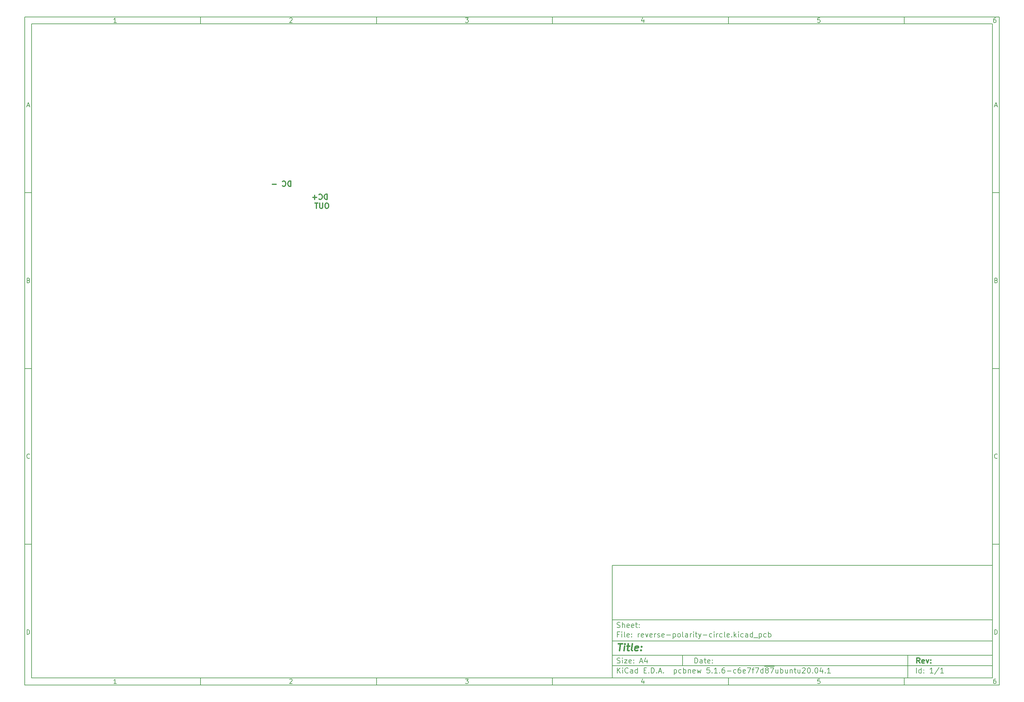
<source format=gbr>
G04 #@! TF.GenerationSoftware,KiCad,Pcbnew,5.1.6-c6e7f7d~87~ubuntu20.04.1*
G04 #@! TF.CreationDate,2020-08-14T09:14:16+02:00*
G04 #@! TF.ProjectId,reverse-polarity-circle,72657665-7273-4652-9d70-6f6c61726974,rev?*
G04 #@! TF.SameCoordinates,Original*
G04 #@! TF.FileFunction,Legend,Bot*
G04 #@! TF.FilePolarity,Positive*
%FSLAX46Y46*%
G04 Gerber Fmt 4.6, Leading zero omitted, Abs format (unit mm)*
G04 Created by KiCad (PCBNEW 5.1.6-c6e7f7d~87~ubuntu20.04.1) date 2020-08-14 09:14:16*
%MOMM*%
%LPD*%
G01*
G04 APERTURE LIST*
%ADD10C,0.100000*%
%ADD11C,0.150000*%
%ADD12C,0.300000*%
%ADD13C,0.400000*%
G04 APERTURE END LIST*
D10*
D11*
X177002200Y-166007200D02*
X177002200Y-198007200D01*
X285002200Y-198007200D01*
X285002200Y-166007200D01*
X177002200Y-166007200D01*
D10*
D11*
X10000000Y-10000000D02*
X10000000Y-200007200D01*
X287002200Y-200007200D01*
X287002200Y-10000000D01*
X10000000Y-10000000D01*
D10*
D11*
X12000000Y-12000000D02*
X12000000Y-198007200D01*
X285002200Y-198007200D01*
X285002200Y-12000000D01*
X12000000Y-12000000D01*
D10*
D11*
X60000000Y-12000000D02*
X60000000Y-10000000D01*
D10*
D11*
X110000000Y-12000000D02*
X110000000Y-10000000D01*
D10*
D11*
X160000000Y-12000000D02*
X160000000Y-10000000D01*
D10*
D11*
X210000000Y-12000000D02*
X210000000Y-10000000D01*
D10*
D11*
X260000000Y-12000000D02*
X260000000Y-10000000D01*
D10*
D11*
X36065476Y-11588095D02*
X35322619Y-11588095D01*
X35694047Y-11588095D02*
X35694047Y-10288095D01*
X35570238Y-10473809D01*
X35446428Y-10597619D01*
X35322619Y-10659523D01*
D10*
D11*
X85322619Y-10411904D02*
X85384523Y-10350000D01*
X85508333Y-10288095D01*
X85817857Y-10288095D01*
X85941666Y-10350000D01*
X86003571Y-10411904D01*
X86065476Y-10535714D01*
X86065476Y-10659523D01*
X86003571Y-10845238D01*
X85260714Y-11588095D01*
X86065476Y-11588095D01*
D10*
D11*
X135260714Y-10288095D02*
X136065476Y-10288095D01*
X135632142Y-10783333D01*
X135817857Y-10783333D01*
X135941666Y-10845238D01*
X136003571Y-10907142D01*
X136065476Y-11030952D01*
X136065476Y-11340476D01*
X136003571Y-11464285D01*
X135941666Y-11526190D01*
X135817857Y-11588095D01*
X135446428Y-11588095D01*
X135322619Y-11526190D01*
X135260714Y-11464285D01*
D10*
D11*
X185941666Y-10721428D02*
X185941666Y-11588095D01*
X185632142Y-10226190D02*
X185322619Y-11154761D01*
X186127380Y-11154761D01*
D10*
D11*
X236003571Y-10288095D02*
X235384523Y-10288095D01*
X235322619Y-10907142D01*
X235384523Y-10845238D01*
X235508333Y-10783333D01*
X235817857Y-10783333D01*
X235941666Y-10845238D01*
X236003571Y-10907142D01*
X236065476Y-11030952D01*
X236065476Y-11340476D01*
X236003571Y-11464285D01*
X235941666Y-11526190D01*
X235817857Y-11588095D01*
X235508333Y-11588095D01*
X235384523Y-11526190D01*
X235322619Y-11464285D01*
D10*
D11*
X285941666Y-10288095D02*
X285694047Y-10288095D01*
X285570238Y-10350000D01*
X285508333Y-10411904D01*
X285384523Y-10597619D01*
X285322619Y-10845238D01*
X285322619Y-11340476D01*
X285384523Y-11464285D01*
X285446428Y-11526190D01*
X285570238Y-11588095D01*
X285817857Y-11588095D01*
X285941666Y-11526190D01*
X286003571Y-11464285D01*
X286065476Y-11340476D01*
X286065476Y-11030952D01*
X286003571Y-10907142D01*
X285941666Y-10845238D01*
X285817857Y-10783333D01*
X285570238Y-10783333D01*
X285446428Y-10845238D01*
X285384523Y-10907142D01*
X285322619Y-11030952D01*
D10*
D11*
X60000000Y-198007200D02*
X60000000Y-200007200D01*
D10*
D11*
X110000000Y-198007200D02*
X110000000Y-200007200D01*
D10*
D11*
X160000000Y-198007200D02*
X160000000Y-200007200D01*
D10*
D11*
X210000000Y-198007200D02*
X210000000Y-200007200D01*
D10*
D11*
X260000000Y-198007200D02*
X260000000Y-200007200D01*
D10*
D11*
X36065476Y-199595295D02*
X35322619Y-199595295D01*
X35694047Y-199595295D02*
X35694047Y-198295295D01*
X35570238Y-198481009D01*
X35446428Y-198604819D01*
X35322619Y-198666723D01*
D10*
D11*
X85322619Y-198419104D02*
X85384523Y-198357200D01*
X85508333Y-198295295D01*
X85817857Y-198295295D01*
X85941666Y-198357200D01*
X86003571Y-198419104D01*
X86065476Y-198542914D01*
X86065476Y-198666723D01*
X86003571Y-198852438D01*
X85260714Y-199595295D01*
X86065476Y-199595295D01*
D10*
D11*
X135260714Y-198295295D02*
X136065476Y-198295295D01*
X135632142Y-198790533D01*
X135817857Y-198790533D01*
X135941666Y-198852438D01*
X136003571Y-198914342D01*
X136065476Y-199038152D01*
X136065476Y-199347676D01*
X136003571Y-199471485D01*
X135941666Y-199533390D01*
X135817857Y-199595295D01*
X135446428Y-199595295D01*
X135322619Y-199533390D01*
X135260714Y-199471485D01*
D10*
D11*
X185941666Y-198728628D02*
X185941666Y-199595295D01*
X185632142Y-198233390D02*
X185322619Y-199161961D01*
X186127380Y-199161961D01*
D10*
D11*
X236003571Y-198295295D02*
X235384523Y-198295295D01*
X235322619Y-198914342D01*
X235384523Y-198852438D01*
X235508333Y-198790533D01*
X235817857Y-198790533D01*
X235941666Y-198852438D01*
X236003571Y-198914342D01*
X236065476Y-199038152D01*
X236065476Y-199347676D01*
X236003571Y-199471485D01*
X235941666Y-199533390D01*
X235817857Y-199595295D01*
X235508333Y-199595295D01*
X235384523Y-199533390D01*
X235322619Y-199471485D01*
D10*
D11*
X285941666Y-198295295D02*
X285694047Y-198295295D01*
X285570238Y-198357200D01*
X285508333Y-198419104D01*
X285384523Y-198604819D01*
X285322619Y-198852438D01*
X285322619Y-199347676D01*
X285384523Y-199471485D01*
X285446428Y-199533390D01*
X285570238Y-199595295D01*
X285817857Y-199595295D01*
X285941666Y-199533390D01*
X286003571Y-199471485D01*
X286065476Y-199347676D01*
X286065476Y-199038152D01*
X286003571Y-198914342D01*
X285941666Y-198852438D01*
X285817857Y-198790533D01*
X285570238Y-198790533D01*
X285446428Y-198852438D01*
X285384523Y-198914342D01*
X285322619Y-199038152D01*
D10*
D11*
X10000000Y-60000000D02*
X12000000Y-60000000D01*
D10*
D11*
X10000000Y-110000000D02*
X12000000Y-110000000D01*
D10*
D11*
X10000000Y-160000000D02*
X12000000Y-160000000D01*
D10*
D11*
X10690476Y-35216666D02*
X11309523Y-35216666D01*
X10566666Y-35588095D02*
X11000000Y-34288095D01*
X11433333Y-35588095D01*
D10*
D11*
X11092857Y-84907142D02*
X11278571Y-84969047D01*
X11340476Y-85030952D01*
X11402380Y-85154761D01*
X11402380Y-85340476D01*
X11340476Y-85464285D01*
X11278571Y-85526190D01*
X11154761Y-85588095D01*
X10659523Y-85588095D01*
X10659523Y-84288095D01*
X11092857Y-84288095D01*
X11216666Y-84350000D01*
X11278571Y-84411904D01*
X11340476Y-84535714D01*
X11340476Y-84659523D01*
X11278571Y-84783333D01*
X11216666Y-84845238D01*
X11092857Y-84907142D01*
X10659523Y-84907142D01*
D10*
D11*
X11402380Y-135464285D02*
X11340476Y-135526190D01*
X11154761Y-135588095D01*
X11030952Y-135588095D01*
X10845238Y-135526190D01*
X10721428Y-135402380D01*
X10659523Y-135278571D01*
X10597619Y-135030952D01*
X10597619Y-134845238D01*
X10659523Y-134597619D01*
X10721428Y-134473809D01*
X10845238Y-134350000D01*
X11030952Y-134288095D01*
X11154761Y-134288095D01*
X11340476Y-134350000D01*
X11402380Y-134411904D01*
D10*
D11*
X10659523Y-185588095D02*
X10659523Y-184288095D01*
X10969047Y-184288095D01*
X11154761Y-184350000D01*
X11278571Y-184473809D01*
X11340476Y-184597619D01*
X11402380Y-184845238D01*
X11402380Y-185030952D01*
X11340476Y-185278571D01*
X11278571Y-185402380D01*
X11154761Y-185526190D01*
X10969047Y-185588095D01*
X10659523Y-185588095D01*
D10*
D11*
X287002200Y-60000000D02*
X285002200Y-60000000D01*
D10*
D11*
X287002200Y-110000000D02*
X285002200Y-110000000D01*
D10*
D11*
X287002200Y-160000000D02*
X285002200Y-160000000D01*
D10*
D11*
X285692676Y-35216666D02*
X286311723Y-35216666D01*
X285568866Y-35588095D02*
X286002200Y-34288095D01*
X286435533Y-35588095D01*
D10*
D11*
X286095057Y-84907142D02*
X286280771Y-84969047D01*
X286342676Y-85030952D01*
X286404580Y-85154761D01*
X286404580Y-85340476D01*
X286342676Y-85464285D01*
X286280771Y-85526190D01*
X286156961Y-85588095D01*
X285661723Y-85588095D01*
X285661723Y-84288095D01*
X286095057Y-84288095D01*
X286218866Y-84350000D01*
X286280771Y-84411904D01*
X286342676Y-84535714D01*
X286342676Y-84659523D01*
X286280771Y-84783333D01*
X286218866Y-84845238D01*
X286095057Y-84907142D01*
X285661723Y-84907142D01*
D10*
D11*
X286404580Y-135464285D02*
X286342676Y-135526190D01*
X286156961Y-135588095D01*
X286033152Y-135588095D01*
X285847438Y-135526190D01*
X285723628Y-135402380D01*
X285661723Y-135278571D01*
X285599819Y-135030952D01*
X285599819Y-134845238D01*
X285661723Y-134597619D01*
X285723628Y-134473809D01*
X285847438Y-134350000D01*
X286033152Y-134288095D01*
X286156961Y-134288095D01*
X286342676Y-134350000D01*
X286404580Y-134411904D01*
D10*
D11*
X285661723Y-185588095D02*
X285661723Y-184288095D01*
X285971247Y-184288095D01*
X286156961Y-184350000D01*
X286280771Y-184473809D01*
X286342676Y-184597619D01*
X286404580Y-184845238D01*
X286404580Y-185030952D01*
X286342676Y-185278571D01*
X286280771Y-185402380D01*
X286156961Y-185526190D01*
X285971247Y-185588095D01*
X285661723Y-185588095D01*
D10*
D11*
X200434342Y-193785771D02*
X200434342Y-192285771D01*
X200791485Y-192285771D01*
X201005771Y-192357200D01*
X201148628Y-192500057D01*
X201220057Y-192642914D01*
X201291485Y-192928628D01*
X201291485Y-193142914D01*
X201220057Y-193428628D01*
X201148628Y-193571485D01*
X201005771Y-193714342D01*
X200791485Y-193785771D01*
X200434342Y-193785771D01*
X202577200Y-193785771D02*
X202577200Y-193000057D01*
X202505771Y-192857200D01*
X202362914Y-192785771D01*
X202077200Y-192785771D01*
X201934342Y-192857200D01*
X202577200Y-193714342D02*
X202434342Y-193785771D01*
X202077200Y-193785771D01*
X201934342Y-193714342D01*
X201862914Y-193571485D01*
X201862914Y-193428628D01*
X201934342Y-193285771D01*
X202077200Y-193214342D01*
X202434342Y-193214342D01*
X202577200Y-193142914D01*
X203077200Y-192785771D02*
X203648628Y-192785771D01*
X203291485Y-192285771D02*
X203291485Y-193571485D01*
X203362914Y-193714342D01*
X203505771Y-193785771D01*
X203648628Y-193785771D01*
X204720057Y-193714342D02*
X204577200Y-193785771D01*
X204291485Y-193785771D01*
X204148628Y-193714342D01*
X204077200Y-193571485D01*
X204077200Y-193000057D01*
X204148628Y-192857200D01*
X204291485Y-192785771D01*
X204577200Y-192785771D01*
X204720057Y-192857200D01*
X204791485Y-193000057D01*
X204791485Y-193142914D01*
X204077200Y-193285771D01*
X205434342Y-193642914D02*
X205505771Y-193714342D01*
X205434342Y-193785771D01*
X205362914Y-193714342D01*
X205434342Y-193642914D01*
X205434342Y-193785771D01*
X205434342Y-192857200D02*
X205505771Y-192928628D01*
X205434342Y-193000057D01*
X205362914Y-192928628D01*
X205434342Y-192857200D01*
X205434342Y-193000057D01*
D10*
D11*
X177002200Y-194507200D02*
X285002200Y-194507200D01*
D10*
D11*
X178434342Y-196585771D02*
X178434342Y-195085771D01*
X179291485Y-196585771D02*
X178648628Y-195728628D01*
X179291485Y-195085771D02*
X178434342Y-195942914D01*
X179934342Y-196585771D02*
X179934342Y-195585771D01*
X179934342Y-195085771D02*
X179862914Y-195157200D01*
X179934342Y-195228628D01*
X180005771Y-195157200D01*
X179934342Y-195085771D01*
X179934342Y-195228628D01*
X181505771Y-196442914D02*
X181434342Y-196514342D01*
X181220057Y-196585771D01*
X181077200Y-196585771D01*
X180862914Y-196514342D01*
X180720057Y-196371485D01*
X180648628Y-196228628D01*
X180577200Y-195942914D01*
X180577200Y-195728628D01*
X180648628Y-195442914D01*
X180720057Y-195300057D01*
X180862914Y-195157200D01*
X181077200Y-195085771D01*
X181220057Y-195085771D01*
X181434342Y-195157200D01*
X181505771Y-195228628D01*
X182791485Y-196585771D02*
X182791485Y-195800057D01*
X182720057Y-195657200D01*
X182577200Y-195585771D01*
X182291485Y-195585771D01*
X182148628Y-195657200D01*
X182791485Y-196514342D02*
X182648628Y-196585771D01*
X182291485Y-196585771D01*
X182148628Y-196514342D01*
X182077200Y-196371485D01*
X182077200Y-196228628D01*
X182148628Y-196085771D01*
X182291485Y-196014342D01*
X182648628Y-196014342D01*
X182791485Y-195942914D01*
X184148628Y-196585771D02*
X184148628Y-195085771D01*
X184148628Y-196514342D02*
X184005771Y-196585771D01*
X183720057Y-196585771D01*
X183577200Y-196514342D01*
X183505771Y-196442914D01*
X183434342Y-196300057D01*
X183434342Y-195871485D01*
X183505771Y-195728628D01*
X183577200Y-195657200D01*
X183720057Y-195585771D01*
X184005771Y-195585771D01*
X184148628Y-195657200D01*
X186005771Y-195800057D02*
X186505771Y-195800057D01*
X186720057Y-196585771D02*
X186005771Y-196585771D01*
X186005771Y-195085771D01*
X186720057Y-195085771D01*
X187362914Y-196442914D02*
X187434342Y-196514342D01*
X187362914Y-196585771D01*
X187291485Y-196514342D01*
X187362914Y-196442914D01*
X187362914Y-196585771D01*
X188077200Y-196585771D02*
X188077200Y-195085771D01*
X188434342Y-195085771D01*
X188648628Y-195157200D01*
X188791485Y-195300057D01*
X188862914Y-195442914D01*
X188934342Y-195728628D01*
X188934342Y-195942914D01*
X188862914Y-196228628D01*
X188791485Y-196371485D01*
X188648628Y-196514342D01*
X188434342Y-196585771D01*
X188077200Y-196585771D01*
X189577200Y-196442914D02*
X189648628Y-196514342D01*
X189577200Y-196585771D01*
X189505771Y-196514342D01*
X189577200Y-196442914D01*
X189577200Y-196585771D01*
X190220057Y-196157200D02*
X190934342Y-196157200D01*
X190077200Y-196585771D02*
X190577200Y-195085771D01*
X191077200Y-196585771D01*
X191577200Y-196442914D02*
X191648628Y-196514342D01*
X191577200Y-196585771D01*
X191505771Y-196514342D01*
X191577200Y-196442914D01*
X191577200Y-196585771D01*
X194577200Y-195585771D02*
X194577200Y-197085771D01*
X194577200Y-195657200D02*
X194720057Y-195585771D01*
X195005771Y-195585771D01*
X195148628Y-195657200D01*
X195220057Y-195728628D01*
X195291485Y-195871485D01*
X195291485Y-196300057D01*
X195220057Y-196442914D01*
X195148628Y-196514342D01*
X195005771Y-196585771D01*
X194720057Y-196585771D01*
X194577200Y-196514342D01*
X196577200Y-196514342D02*
X196434342Y-196585771D01*
X196148628Y-196585771D01*
X196005771Y-196514342D01*
X195934342Y-196442914D01*
X195862914Y-196300057D01*
X195862914Y-195871485D01*
X195934342Y-195728628D01*
X196005771Y-195657200D01*
X196148628Y-195585771D01*
X196434342Y-195585771D01*
X196577200Y-195657200D01*
X197220057Y-196585771D02*
X197220057Y-195085771D01*
X197220057Y-195657200D02*
X197362914Y-195585771D01*
X197648628Y-195585771D01*
X197791485Y-195657200D01*
X197862914Y-195728628D01*
X197934342Y-195871485D01*
X197934342Y-196300057D01*
X197862914Y-196442914D01*
X197791485Y-196514342D01*
X197648628Y-196585771D01*
X197362914Y-196585771D01*
X197220057Y-196514342D01*
X198577200Y-195585771D02*
X198577200Y-196585771D01*
X198577200Y-195728628D02*
X198648628Y-195657200D01*
X198791485Y-195585771D01*
X199005771Y-195585771D01*
X199148628Y-195657200D01*
X199220057Y-195800057D01*
X199220057Y-196585771D01*
X200505771Y-196514342D02*
X200362914Y-196585771D01*
X200077200Y-196585771D01*
X199934342Y-196514342D01*
X199862914Y-196371485D01*
X199862914Y-195800057D01*
X199934342Y-195657200D01*
X200077200Y-195585771D01*
X200362914Y-195585771D01*
X200505771Y-195657200D01*
X200577200Y-195800057D01*
X200577200Y-195942914D01*
X199862914Y-196085771D01*
X201077200Y-195585771D02*
X201362914Y-196585771D01*
X201648628Y-195871485D01*
X201934342Y-196585771D01*
X202220057Y-195585771D01*
X204648628Y-195085771D02*
X203934342Y-195085771D01*
X203862914Y-195800057D01*
X203934342Y-195728628D01*
X204077200Y-195657200D01*
X204434342Y-195657200D01*
X204577200Y-195728628D01*
X204648628Y-195800057D01*
X204720057Y-195942914D01*
X204720057Y-196300057D01*
X204648628Y-196442914D01*
X204577200Y-196514342D01*
X204434342Y-196585771D01*
X204077200Y-196585771D01*
X203934342Y-196514342D01*
X203862914Y-196442914D01*
X205362914Y-196442914D02*
X205434342Y-196514342D01*
X205362914Y-196585771D01*
X205291485Y-196514342D01*
X205362914Y-196442914D01*
X205362914Y-196585771D01*
X206862914Y-196585771D02*
X206005771Y-196585771D01*
X206434342Y-196585771D02*
X206434342Y-195085771D01*
X206291485Y-195300057D01*
X206148628Y-195442914D01*
X206005771Y-195514342D01*
X207505771Y-196442914D02*
X207577200Y-196514342D01*
X207505771Y-196585771D01*
X207434342Y-196514342D01*
X207505771Y-196442914D01*
X207505771Y-196585771D01*
X208862914Y-195085771D02*
X208577200Y-195085771D01*
X208434342Y-195157200D01*
X208362914Y-195228628D01*
X208220057Y-195442914D01*
X208148628Y-195728628D01*
X208148628Y-196300057D01*
X208220057Y-196442914D01*
X208291485Y-196514342D01*
X208434342Y-196585771D01*
X208720057Y-196585771D01*
X208862914Y-196514342D01*
X208934342Y-196442914D01*
X209005771Y-196300057D01*
X209005771Y-195942914D01*
X208934342Y-195800057D01*
X208862914Y-195728628D01*
X208720057Y-195657200D01*
X208434342Y-195657200D01*
X208291485Y-195728628D01*
X208220057Y-195800057D01*
X208148628Y-195942914D01*
X209648628Y-196014342D02*
X210791485Y-196014342D01*
X212148628Y-196514342D02*
X212005771Y-196585771D01*
X211720057Y-196585771D01*
X211577200Y-196514342D01*
X211505771Y-196442914D01*
X211434342Y-196300057D01*
X211434342Y-195871485D01*
X211505771Y-195728628D01*
X211577200Y-195657200D01*
X211720057Y-195585771D01*
X212005771Y-195585771D01*
X212148628Y-195657200D01*
X213434342Y-195085771D02*
X213148628Y-195085771D01*
X213005771Y-195157200D01*
X212934342Y-195228628D01*
X212791485Y-195442914D01*
X212720057Y-195728628D01*
X212720057Y-196300057D01*
X212791485Y-196442914D01*
X212862914Y-196514342D01*
X213005771Y-196585771D01*
X213291485Y-196585771D01*
X213434342Y-196514342D01*
X213505771Y-196442914D01*
X213577200Y-196300057D01*
X213577200Y-195942914D01*
X213505771Y-195800057D01*
X213434342Y-195728628D01*
X213291485Y-195657200D01*
X213005771Y-195657200D01*
X212862914Y-195728628D01*
X212791485Y-195800057D01*
X212720057Y-195942914D01*
X214791485Y-196514342D02*
X214648628Y-196585771D01*
X214362914Y-196585771D01*
X214220057Y-196514342D01*
X214148628Y-196371485D01*
X214148628Y-195800057D01*
X214220057Y-195657200D01*
X214362914Y-195585771D01*
X214648628Y-195585771D01*
X214791485Y-195657200D01*
X214862914Y-195800057D01*
X214862914Y-195942914D01*
X214148628Y-196085771D01*
X215362914Y-195085771D02*
X216362914Y-195085771D01*
X215720057Y-196585771D01*
X216720057Y-195585771D02*
X217291485Y-195585771D01*
X216934342Y-196585771D02*
X216934342Y-195300057D01*
X217005771Y-195157200D01*
X217148628Y-195085771D01*
X217291485Y-195085771D01*
X217648628Y-195085771D02*
X218648628Y-195085771D01*
X218005771Y-196585771D01*
X219862914Y-196585771D02*
X219862914Y-195085771D01*
X219862914Y-196514342D02*
X219720057Y-196585771D01*
X219434342Y-196585771D01*
X219291485Y-196514342D01*
X219220057Y-196442914D01*
X219148628Y-196300057D01*
X219148628Y-195871485D01*
X219220057Y-195728628D01*
X219291485Y-195657200D01*
X219434342Y-195585771D01*
X219720057Y-195585771D01*
X219862914Y-195657200D01*
X220220057Y-194677200D02*
X221648628Y-194677200D01*
X220791485Y-195728628D02*
X220648628Y-195657200D01*
X220577200Y-195585771D01*
X220505771Y-195442914D01*
X220505771Y-195371485D01*
X220577200Y-195228628D01*
X220648628Y-195157200D01*
X220791485Y-195085771D01*
X221077200Y-195085771D01*
X221220057Y-195157200D01*
X221291485Y-195228628D01*
X221362914Y-195371485D01*
X221362914Y-195442914D01*
X221291485Y-195585771D01*
X221220057Y-195657200D01*
X221077200Y-195728628D01*
X220791485Y-195728628D01*
X220648628Y-195800057D01*
X220577200Y-195871485D01*
X220505771Y-196014342D01*
X220505771Y-196300057D01*
X220577200Y-196442914D01*
X220648628Y-196514342D01*
X220791485Y-196585771D01*
X221077200Y-196585771D01*
X221220057Y-196514342D01*
X221291485Y-196442914D01*
X221362914Y-196300057D01*
X221362914Y-196014342D01*
X221291485Y-195871485D01*
X221220057Y-195800057D01*
X221077200Y-195728628D01*
X221648628Y-194677200D02*
X223077200Y-194677200D01*
X221862914Y-195085771D02*
X222862914Y-195085771D01*
X222220057Y-196585771D01*
X224077200Y-195585771D02*
X224077200Y-196585771D01*
X223434342Y-195585771D02*
X223434342Y-196371485D01*
X223505771Y-196514342D01*
X223648628Y-196585771D01*
X223862914Y-196585771D01*
X224005771Y-196514342D01*
X224077200Y-196442914D01*
X224791485Y-196585771D02*
X224791485Y-195085771D01*
X224791485Y-195657200D02*
X224934342Y-195585771D01*
X225220057Y-195585771D01*
X225362914Y-195657200D01*
X225434342Y-195728628D01*
X225505771Y-195871485D01*
X225505771Y-196300057D01*
X225434342Y-196442914D01*
X225362914Y-196514342D01*
X225220057Y-196585771D01*
X224934342Y-196585771D01*
X224791485Y-196514342D01*
X226791485Y-195585771D02*
X226791485Y-196585771D01*
X226148628Y-195585771D02*
X226148628Y-196371485D01*
X226220057Y-196514342D01*
X226362914Y-196585771D01*
X226577200Y-196585771D01*
X226720057Y-196514342D01*
X226791485Y-196442914D01*
X227505771Y-195585771D02*
X227505771Y-196585771D01*
X227505771Y-195728628D02*
X227577200Y-195657200D01*
X227720057Y-195585771D01*
X227934342Y-195585771D01*
X228077200Y-195657200D01*
X228148628Y-195800057D01*
X228148628Y-196585771D01*
X228648628Y-195585771D02*
X229220057Y-195585771D01*
X228862914Y-195085771D02*
X228862914Y-196371485D01*
X228934342Y-196514342D01*
X229077200Y-196585771D01*
X229220057Y-196585771D01*
X230362914Y-195585771D02*
X230362914Y-196585771D01*
X229720057Y-195585771D02*
X229720057Y-196371485D01*
X229791485Y-196514342D01*
X229934342Y-196585771D01*
X230148628Y-196585771D01*
X230291485Y-196514342D01*
X230362914Y-196442914D01*
X231005771Y-195228628D02*
X231077200Y-195157200D01*
X231220057Y-195085771D01*
X231577200Y-195085771D01*
X231720057Y-195157200D01*
X231791485Y-195228628D01*
X231862914Y-195371485D01*
X231862914Y-195514342D01*
X231791485Y-195728628D01*
X230934342Y-196585771D01*
X231862914Y-196585771D01*
X232791485Y-195085771D02*
X232934342Y-195085771D01*
X233077200Y-195157200D01*
X233148628Y-195228628D01*
X233220057Y-195371485D01*
X233291485Y-195657200D01*
X233291485Y-196014342D01*
X233220057Y-196300057D01*
X233148628Y-196442914D01*
X233077200Y-196514342D01*
X232934342Y-196585771D01*
X232791485Y-196585771D01*
X232648628Y-196514342D01*
X232577200Y-196442914D01*
X232505771Y-196300057D01*
X232434342Y-196014342D01*
X232434342Y-195657200D01*
X232505771Y-195371485D01*
X232577200Y-195228628D01*
X232648628Y-195157200D01*
X232791485Y-195085771D01*
X233934342Y-196442914D02*
X234005771Y-196514342D01*
X233934342Y-196585771D01*
X233862914Y-196514342D01*
X233934342Y-196442914D01*
X233934342Y-196585771D01*
X234934342Y-195085771D02*
X235077200Y-195085771D01*
X235220057Y-195157200D01*
X235291485Y-195228628D01*
X235362914Y-195371485D01*
X235434342Y-195657200D01*
X235434342Y-196014342D01*
X235362914Y-196300057D01*
X235291485Y-196442914D01*
X235220057Y-196514342D01*
X235077200Y-196585771D01*
X234934342Y-196585771D01*
X234791485Y-196514342D01*
X234720057Y-196442914D01*
X234648628Y-196300057D01*
X234577200Y-196014342D01*
X234577200Y-195657200D01*
X234648628Y-195371485D01*
X234720057Y-195228628D01*
X234791485Y-195157200D01*
X234934342Y-195085771D01*
X236720057Y-195585771D02*
X236720057Y-196585771D01*
X236362914Y-195014342D02*
X236005771Y-196085771D01*
X236934342Y-196085771D01*
X237505771Y-196442914D02*
X237577199Y-196514342D01*
X237505771Y-196585771D01*
X237434342Y-196514342D01*
X237505771Y-196442914D01*
X237505771Y-196585771D01*
X239005771Y-196585771D02*
X238148628Y-196585771D01*
X238577200Y-196585771D02*
X238577200Y-195085771D01*
X238434342Y-195300057D01*
X238291485Y-195442914D01*
X238148628Y-195514342D01*
D10*
D11*
X177002200Y-191507200D02*
X285002200Y-191507200D01*
D10*
D12*
X264411485Y-193785771D02*
X263911485Y-193071485D01*
X263554342Y-193785771D02*
X263554342Y-192285771D01*
X264125771Y-192285771D01*
X264268628Y-192357200D01*
X264340057Y-192428628D01*
X264411485Y-192571485D01*
X264411485Y-192785771D01*
X264340057Y-192928628D01*
X264268628Y-193000057D01*
X264125771Y-193071485D01*
X263554342Y-193071485D01*
X265625771Y-193714342D02*
X265482914Y-193785771D01*
X265197200Y-193785771D01*
X265054342Y-193714342D01*
X264982914Y-193571485D01*
X264982914Y-193000057D01*
X265054342Y-192857200D01*
X265197200Y-192785771D01*
X265482914Y-192785771D01*
X265625771Y-192857200D01*
X265697200Y-193000057D01*
X265697200Y-193142914D01*
X264982914Y-193285771D01*
X266197200Y-192785771D02*
X266554342Y-193785771D01*
X266911485Y-192785771D01*
X267482914Y-193642914D02*
X267554342Y-193714342D01*
X267482914Y-193785771D01*
X267411485Y-193714342D01*
X267482914Y-193642914D01*
X267482914Y-193785771D01*
X267482914Y-192857200D02*
X267554342Y-192928628D01*
X267482914Y-193000057D01*
X267411485Y-192928628D01*
X267482914Y-192857200D01*
X267482914Y-193000057D01*
D10*
D11*
X178362914Y-193714342D02*
X178577200Y-193785771D01*
X178934342Y-193785771D01*
X179077200Y-193714342D01*
X179148628Y-193642914D01*
X179220057Y-193500057D01*
X179220057Y-193357200D01*
X179148628Y-193214342D01*
X179077200Y-193142914D01*
X178934342Y-193071485D01*
X178648628Y-193000057D01*
X178505771Y-192928628D01*
X178434342Y-192857200D01*
X178362914Y-192714342D01*
X178362914Y-192571485D01*
X178434342Y-192428628D01*
X178505771Y-192357200D01*
X178648628Y-192285771D01*
X179005771Y-192285771D01*
X179220057Y-192357200D01*
X179862914Y-193785771D02*
X179862914Y-192785771D01*
X179862914Y-192285771D02*
X179791485Y-192357200D01*
X179862914Y-192428628D01*
X179934342Y-192357200D01*
X179862914Y-192285771D01*
X179862914Y-192428628D01*
X180434342Y-192785771D02*
X181220057Y-192785771D01*
X180434342Y-193785771D01*
X181220057Y-193785771D01*
X182362914Y-193714342D02*
X182220057Y-193785771D01*
X181934342Y-193785771D01*
X181791485Y-193714342D01*
X181720057Y-193571485D01*
X181720057Y-193000057D01*
X181791485Y-192857200D01*
X181934342Y-192785771D01*
X182220057Y-192785771D01*
X182362914Y-192857200D01*
X182434342Y-193000057D01*
X182434342Y-193142914D01*
X181720057Y-193285771D01*
X183077200Y-193642914D02*
X183148628Y-193714342D01*
X183077200Y-193785771D01*
X183005771Y-193714342D01*
X183077200Y-193642914D01*
X183077200Y-193785771D01*
X183077200Y-192857200D02*
X183148628Y-192928628D01*
X183077200Y-193000057D01*
X183005771Y-192928628D01*
X183077200Y-192857200D01*
X183077200Y-193000057D01*
X184862914Y-193357200D02*
X185577200Y-193357200D01*
X184720057Y-193785771D02*
X185220057Y-192285771D01*
X185720057Y-193785771D01*
X186862914Y-192785771D02*
X186862914Y-193785771D01*
X186505771Y-192214342D02*
X186148628Y-193285771D01*
X187077200Y-193285771D01*
D10*
D11*
X263434342Y-196585771D02*
X263434342Y-195085771D01*
X264791485Y-196585771D02*
X264791485Y-195085771D01*
X264791485Y-196514342D02*
X264648628Y-196585771D01*
X264362914Y-196585771D01*
X264220057Y-196514342D01*
X264148628Y-196442914D01*
X264077200Y-196300057D01*
X264077200Y-195871485D01*
X264148628Y-195728628D01*
X264220057Y-195657200D01*
X264362914Y-195585771D01*
X264648628Y-195585771D01*
X264791485Y-195657200D01*
X265505771Y-196442914D02*
X265577200Y-196514342D01*
X265505771Y-196585771D01*
X265434342Y-196514342D01*
X265505771Y-196442914D01*
X265505771Y-196585771D01*
X265505771Y-195657200D02*
X265577200Y-195728628D01*
X265505771Y-195800057D01*
X265434342Y-195728628D01*
X265505771Y-195657200D01*
X265505771Y-195800057D01*
X268148628Y-196585771D02*
X267291485Y-196585771D01*
X267720057Y-196585771D02*
X267720057Y-195085771D01*
X267577200Y-195300057D01*
X267434342Y-195442914D01*
X267291485Y-195514342D01*
X269862914Y-195014342D02*
X268577200Y-196942914D01*
X271148628Y-196585771D02*
X270291485Y-196585771D01*
X270720057Y-196585771D02*
X270720057Y-195085771D01*
X270577200Y-195300057D01*
X270434342Y-195442914D01*
X270291485Y-195514342D01*
D10*
D11*
X177002200Y-187507200D02*
X285002200Y-187507200D01*
D10*
D13*
X178714580Y-188211961D02*
X179857438Y-188211961D01*
X179036009Y-190211961D02*
X179286009Y-188211961D01*
X180274104Y-190211961D02*
X180440771Y-188878628D01*
X180524104Y-188211961D02*
X180416961Y-188307200D01*
X180500295Y-188402438D01*
X180607438Y-188307200D01*
X180524104Y-188211961D01*
X180500295Y-188402438D01*
X181107438Y-188878628D02*
X181869342Y-188878628D01*
X181476485Y-188211961D02*
X181262200Y-189926247D01*
X181333628Y-190116723D01*
X181512200Y-190211961D01*
X181702676Y-190211961D01*
X182655057Y-190211961D02*
X182476485Y-190116723D01*
X182405057Y-189926247D01*
X182619342Y-188211961D01*
X184190771Y-190116723D02*
X183988390Y-190211961D01*
X183607438Y-190211961D01*
X183428866Y-190116723D01*
X183357438Y-189926247D01*
X183452676Y-189164342D01*
X183571723Y-188973866D01*
X183774104Y-188878628D01*
X184155057Y-188878628D01*
X184333628Y-188973866D01*
X184405057Y-189164342D01*
X184381247Y-189354819D01*
X183405057Y-189545295D01*
X185155057Y-190021485D02*
X185238390Y-190116723D01*
X185131247Y-190211961D01*
X185047914Y-190116723D01*
X185155057Y-190021485D01*
X185131247Y-190211961D01*
X185286009Y-188973866D02*
X185369342Y-189069104D01*
X185262200Y-189164342D01*
X185178866Y-189069104D01*
X185286009Y-188973866D01*
X185262200Y-189164342D01*
D10*
D11*
X178934342Y-185600057D02*
X178434342Y-185600057D01*
X178434342Y-186385771D02*
X178434342Y-184885771D01*
X179148628Y-184885771D01*
X179720057Y-186385771D02*
X179720057Y-185385771D01*
X179720057Y-184885771D02*
X179648628Y-184957200D01*
X179720057Y-185028628D01*
X179791485Y-184957200D01*
X179720057Y-184885771D01*
X179720057Y-185028628D01*
X180648628Y-186385771D02*
X180505771Y-186314342D01*
X180434342Y-186171485D01*
X180434342Y-184885771D01*
X181791485Y-186314342D02*
X181648628Y-186385771D01*
X181362914Y-186385771D01*
X181220057Y-186314342D01*
X181148628Y-186171485D01*
X181148628Y-185600057D01*
X181220057Y-185457200D01*
X181362914Y-185385771D01*
X181648628Y-185385771D01*
X181791485Y-185457200D01*
X181862914Y-185600057D01*
X181862914Y-185742914D01*
X181148628Y-185885771D01*
X182505771Y-186242914D02*
X182577200Y-186314342D01*
X182505771Y-186385771D01*
X182434342Y-186314342D01*
X182505771Y-186242914D01*
X182505771Y-186385771D01*
X182505771Y-185457200D02*
X182577200Y-185528628D01*
X182505771Y-185600057D01*
X182434342Y-185528628D01*
X182505771Y-185457200D01*
X182505771Y-185600057D01*
X184362914Y-186385771D02*
X184362914Y-185385771D01*
X184362914Y-185671485D02*
X184434342Y-185528628D01*
X184505771Y-185457200D01*
X184648628Y-185385771D01*
X184791485Y-185385771D01*
X185862914Y-186314342D02*
X185720057Y-186385771D01*
X185434342Y-186385771D01*
X185291485Y-186314342D01*
X185220057Y-186171485D01*
X185220057Y-185600057D01*
X185291485Y-185457200D01*
X185434342Y-185385771D01*
X185720057Y-185385771D01*
X185862914Y-185457200D01*
X185934342Y-185600057D01*
X185934342Y-185742914D01*
X185220057Y-185885771D01*
X186434342Y-185385771D02*
X186791485Y-186385771D01*
X187148628Y-185385771D01*
X188291485Y-186314342D02*
X188148628Y-186385771D01*
X187862914Y-186385771D01*
X187720057Y-186314342D01*
X187648628Y-186171485D01*
X187648628Y-185600057D01*
X187720057Y-185457200D01*
X187862914Y-185385771D01*
X188148628Y-185385771D01*
X188291485Y-185457200D01*
X188362914Y-185600057D01*
X188362914Y-185742914D01*
X187648628Y-185885771D01*
X189005771Y-186385771D02*
X189005771Y-185385771D01*
X189005771Y-185671485D02*
X189077200Y-185528628D01*
X189148628Y-185457200D01*
X189291485Y-185385771D01*
X189434342Y-185385771D01*
X189862914Y-186314342D02*
X190005771Y-186385771D01*
X190291485Y-186385771D01*
X190434342Y-186314342D01*
X190505771Y-186171485D01*
X190505771Y-186100057D01*
X190434342Y-185957200D01*
X190291485Y-185885771D01*
X190077200Y-185885771D01*
X189934342Y-185814342D01*
X189862914Y-185671485D01*
X189862914Y-185600057D01*
X189934342Y-185457200D01*
X190077200Y-185385771D01*
X190291485Y-185385771D01*
X190434342Y-185457200D01*
X191720057Y-186314342D02*
X191577200Y-186385771D01*
X191291485Y-186385771D01*
X191148628Y-186314342D01*
X191077200Y-186171485D01*
X191077200Y-185600057D01*
X191148628Y-185457200D01*
X191291485Y-185385771D01*
X191577200Y-185385771D01*
X191720057Y-185457200D01*
X191791485Y-185600057D01*
X191791485Y-185742914D01*
X191077200Y-185885771D01*
X192434342Y-185814342D02*
X193577200Y-185814342D01*
X194291485Y-185385771D02*
X194291485Y-186885771D01*
X194291485Y-185457200D02*
X194434342Y-185385771D01*
X194720057Y-185385771D01*
X194862914Y-185457200D01*
X194934342Y-185528628D01*
X195005771Y-185671485D01*
X195005771Y-186100057D01*
X194934342Y-186242914D01*
X194862914Y-186314342D01*
X194720057Y-186385771D01*
X194434342Y-186385771D01*
X194291485Y-186314342D01*
X195862914Y-186385771D02*
X195720057Y-186314342D01*
X195648628Y-186242914D01*
X195577200Y-186100057D01*
X195577200Y-185671485D01*
X195648628Y-185528628D01*
X195720057Y-185457200D01*
X195862914Y-185385771D01*
X196077200Y-185385771D01*
X196220057Y-185457200D01*
X196291485Y-185528628D01*
X196362914Y-185671485D01*
X196362914Y-186100057D01*
X196291485Y-186242914D01*
X196220057Y-186314342D01*
X196077200Y-186385771D01*
X195862914Y-186385771D01*
X197220057Y-186385771D02*
X197077200Y-186314342D01*
X197005771Y-186171485D01*
X197005771Y-184885771D01*
X198434342Y-186385771D02*
X198434342Y-185600057D01*
X198362914Y-185457200D01*
X198220057Y-185385771D01*
X197934342Y-185385771D01*
X197791485Y-185457200D01*
X198434342Y-186314342D02*
X198291485Y-186385771D01*
X197934342Y-186385771D01*
X197791485Y-186314342D01*
X197720057Y-186171485D01*
X197720057Y-186028628D01*
X197791485Y-185885771D01*
X197934342Y-185814342D01*
X198291485Y-185814342D01*
X198434342Y-185742914D01*
X199148628Y-186385771D02*
X199148628Y-185385771D01*
X199148628Y-185671485D02*
X199220057Y-185528628D01*
X199291485Y-185457200D01*
X199434342Y-185385771D01*
X199577200Y-185385771D01*
X200077200Y-186385771D02*
X200077200Y-185385771D01*
X200077200Y-184885771D02*
X200005771Y-184957200D01*
X200077200Y-185028628D01*
X200148628Y-184957200D01*
X200077200Y-184885771D01*
X200077200Y-185028628D01*
X200577200Y-185385771D02*
X201148628Y-185385771D01*
X200791485Y-184885771D02*
X200791485Y-186171485D01*
X200862914Y-186314342D01*
X201005771Y-186385771D01*
X201148628Y-186385771D01*
X201505771Y-185385771D02*
X201862914Y-186385771D01*
X202220057Y-185385771D02*
X201862914Y-186385771D01*
X201720057Y-186742914D01*
X201648628Y-186814342D01*
X201505771Y-186885771D01*
X202791485Y-185814342D02*
X203934342Y-185814342D01*
X205291485Y-186314342D02*
X205148628Y-186385771D01*
X204862914Y-186385771D01*
X204720057Y-186314342D01*
X204648628Y-186242914D01*
X204577200Y-186100057D01*
X204577200Y-185671485D01*
X204648628Y-185528628D01*
X204720057Y-185457200D01*
X204862914Y-185385771D01*
X205148628Y-185385771D01*
X205291485Y-185457200D01*
X205934342Y-186385771D02*
X205934342Y-185385771D01*
X205934342Y-184885771D02*
X205862914Y-184957200D01*
X205934342Y-185028628D01*
X206005771Y-184957200D01*
X205934342Y-184885771D01*
X205934342Y-185028628D01*
X206648628Y-186385771D02*
X206648628Y-185385771D01*
X206648628Y-185671485D02*
X206720057Y-185528628D01*
X206791485Y-185457200D01*
X206934342Y-185385771D01*
X207077200Y-185385771D01*
X208220057Y-186314342D02*
X208077200Y-186385771D01*
X207791485Y-186385771D01*
X207648628Y-186314342D01*
X207577200Y-186242914D01*
X207505771Y-186100057D01*
X207505771Y-185671485D01*
X207577200Y-185528628D01*
X207648628Y-185457200D01*
X207791485Y-185385771D01*
X208077200Y-185385771D01*
X208220057Y-185457200D01*
X209077200Y-186385771D02*
X208934342Y-186314342D01*
X208862914Y-186171485D01*
X208862914Y-184885771D01*
X210220057Y-186314342D02*
X210077200Y-186385771D01*
X209791485Y-186385771D01*
X209648628Y-186314342D01*
X209577200Y-186171485D01*
X209577200Y-185600057D01*
X209648628Y-185457200D01*
X209791485Y-185385771D01*
X210077200Y-185385771D01*
X210220057Y-185457200D01*
X210291485Y-185600057D01*
X210291485Y-185742914D01*
X209577200Y-185885771D01*
X210934342Y-186242914D02*
X211005771Y-186314342D01*
X210934342Y-186385771D01*
X210862914Y-186314342D01*
X210934342Y-186242914D01*
X210934342Y-186385771D01*
X211648628Y-186385771D02*
X211648628Y-184885771D01*
X211791485Y-185814342D02*
X212220057Y-186385771D01*
X212220057Y-185385771D02*
X211648628Y-185957200D01*
X212862914Y-186385771D02*
X212862914Y-185385771D01*
X212862914Y-184885771D02*
X212791485Y-184957200D01*
X212862914Y-185028628D01*
X212934342Y-184957200D01*
X212862914Y-184885771D01*
X212862914Y-185028628D01*
X214220057Y-186314342D02*
X214077200Y-186385771D01*
X213791485Y-186385771D01*
X213648628Y-186314342D01*
X213577200Y-186242914D01*
X213505771Y-186100057D01*
X213505771Y-185671485D01*
X213577200Y-185528628D01*
X213648628Y-185457200D01*
X213791485Y-185385771D01*
X214077200Y-185385771D01*
X214220057Y-185457200D01*
X215505771Y-186385771D02*
X215505771Y-185600057D01*
X215434342Y-185457200D01*
X215291485Y-185385771D01*
X215005771Y-185385771D01*
X214862914Y-185457200D01*
X215505771Y-186314342D02*
X215362914Y-186385771D01*
X215005771Y-186385771D01*
X214862914Y-186314342D01*
X214791485Y-186171485D01*
X214791485Y-186028628D01*
X214862914Y-185885771D01*
X215005771Y-185814342D01*
X215362914Y-185814342D01*
X215505771Y-185742914D01*
X216862914Y-186385771D02*
X216862914Y-184885771D01*
X216862914Y-186314342D02*
X216720057Y-186385771D01*
X216434342Y-186385771D01*
X216291485Y-186314342D01*
X216220057Y-186242914D01*
X216148628Y-186100057D01*
X216148628Y-185671485D01*
X216220057Y-185528628D01*
X216291485Y-185457200D01*
X216434342Y-185385771D01*
X216720057Y-185385771D01*
X216862914Y-185457200D01*
X217220057Y-186528628D02*
X218362914Y-186528628D01*
X218720057Y-185385771D02*
X218720057Y-186885771D01*
X218720057Y-185457200D02*
X218862914Y-185385771D01*
X219148628Y-185385771D01*
X219291485Y-185457200D01*
X219362914Y-185528628D01*
X219434342Y-185671485D01*
X219434342Y-186100057D01*
X219362914Y-186242914D01*
X219291485Y-186314342D01*
X219148628Y-186385771D01*
X218862914Y-186385771D01*
X218720057Y-186314342D01*
X220720057Y-186314342D02*
X220577200Y-186385771D01*
X220291485Y-186385771D01*
X220148628Y-186314342D01*
X220077200Y-186242914D01*
X220005771Y-186100057D01*
X220005771Y-185671485D01*
X220077200Y-185528628D01*
X220148628Y-185457200D01*
X220291485Y-185385771D01*
X220577200Y-185385771D01*
X220720057Y-185457200D01*
X221362914Y-186385771D02*
X221362914Y-184885771D01*
X221362914Y-185457200D02*
X221505771Y-185385771D01*
X221791485Y-185385771D01*
X221934342Y-185457200D01*
X222005771Y-185528628D01*
X222077200Y-185671485D01*
X222077200Y-186100057D01*
X222005771Y-186242914D01*
X221934342Y-186314342D01*
X221791485Y-186385771D01*
X221505771Y-186385771D01*
X221362914Y-186314342D01*
D10*
D11*
X177002200Y-181507200D02*
X285002200Y-181507200D01*
D10*
D11*
X178362914Y-183614342D02*
X178577200Y-183685771D01*
X178934342Y-183685771D01*
X179077200Y-183614342D01*
X179148628Y-183542914D01*
X179220057Y-183400057D01*
X179220057Y-183257200D01*
X179148628Y-183114342D01*
X179077200Y-183042914D01*
X178934342Y-182971485D01*
X178648628Y-182900057D01*
X178505771Y-182828628D01*
X178434342Y-182757200D01*
X178362914Y-182614342D01*
X178362914Y-182471485D01*
X178434342Y-182328628D01*
X178505771Y-182257200D01*
X178648628Y-182185771D01*
X179005771Y-182185771D01*
X179220057Y-182257200D01*
X179862914Y-183685771D02*
X179862914Y-182185771D01*
X180505771Y-183685771D02*
X180505771Y-182900057D01*
X180434342Y-182757200D01*
X180291485Y-182685771D01*
X180077200Y-182685771D01*
X179934342Y-182757200D01*
X179862914Y-182828628D01*
X181791485Y-183614342D02*
X181648628Y-183685771D01*
X181362914Y-183685771D01*
X181220057Y-183614342D01*
X181148628Y-183471485D01*
X181148628Y-182900057D01*
X181220057Y-182757200D01*
X181362914Y-182685771D01*
X181648628Y-182685771D01*
X181791485Y-182757200D01*
X181862914Y-182900057D01*
X181862914Y-183042914D01*
X181148628Y-183185771D01*
X183077200Y-183614342D02*
X182934342Y-183685771D01*
X182648628Y-183685771D01*
X182505771Y-183614342D01*
X182434342Y-183471485D01*
X182434342Y-182900057D01*
X182505771Y-182757200D01*
X182648628Y-182685771D01*
X182934342Y-182685771D01*
X183077200Y-182757200D01*
X183148628Y-182900057D01*
X183148628Y-183042914D01*
X182434342Y-183185771D01*
X183577200Y-182685771D02*
X184148628Y-182685771D01*
X183791485Y-182185771D02*
X183791485Y-183471485D01*
X183862914Y-183614342D01*
X184005771Y-183685771D01*
X184148628Y-183685771D01*
X184648628Y-183542914D02*
X184720057Y-183614342D01*
X184648628Y-183685771D01*
X184577200Y-183614342D01*
X184648628Y-183542914D01*
X184648628Y-183685771D01*
X184648628Y-182757200D02*
X184720057Y-182828628D01*
X184648628Y-182900057D01*
X184577200Y-182828628D01*
X184648628Y-182757200D01*
X184648628Y-182900057D01*
D10*
D11*
X197002200Y-191507200D02*
X197002200Y-194507200D01*
D10*
D11*
X261002200Y-191507200D02*
X261002200Y-198007200D01*
D12*
X85642857Y-58178571D02*
X85642857Y-56678571D01*
X85285714Y-56678571D01*
X85071428Y-56750000D01*
X84928571Y-56892857D01*
X84857142Y-57035714D01*
X84785714Y-57321428D01*
X84785714Y-57535714D01*
X84857142Y-57821428D01*
X84928571Y-57964285D01*
X85071428Y-58107142D01*
X85285714Y-58178571D01*
X85642857Y-58178571D01*
X83285714Y-58035714D02*
X83357142Y-58107142D01*
X83571428Y-58178571D01*
X83714285Y-58178571D01*
X83928571Y-58107142D01*
X84071428Y-57964285D01*
X84142857Y-57821428D01*
X84214285Y-57535714D01*
X84214285Y-57321428D01*
X84142857Y-57035714D01*
X84071428Y-56892857D01*
X83928571Y-56750000D01*
X83714285Y-56678571D01*
X83571428Y-56678571D01*
X83357142Y-56750000D01*
X83285714Y-56821428D01*
X81500000Y-57607142D02*
X80357142Y-57607142D01*
X96000000Y-61903571D02*
X96000000Y-60403571D01*
X95642857Y-60403571D01*
X95428571Y-60475000D01*
X95285714Y-60617857D01*
X95214285Y-60760714D01*
X95142857Y-61046428D01*
X95142857Y-61260714D01*
X95214285Y-61546428D01*
X95285714Y-61689285D01*
X95428571Y-61832142D01*
X95642857Y-61903571D01*
X96000000Y-61903571D01*
X93642857Y-61760714D02*
X93714285Y-61832142D01*
X93928571Y-61903571D01*
X94071428Y-61903571D01*
X94285714Y-61832142D01*
X94428571Y-61689285D01*
X94500000Y-61546428D01*
X94571428Y-61260714D01*
X94571428Y-61046428D01*
X94500000Y-60760714D01*
X94428571Y-60617857D01*
X94285714Y-60475000D01*
X94071428Y-60403571D01*
X93928571Y-60403571D01*
X93714285Y-60475000D01*
X93642857Y-60546428D01*
X93000000Y-61332142D02*
X91857142Y-61332142D01*
X92428571Y-61903571D02*
X92428571Y-60760714D01*
X96000000Y-62953571D02*
X95714285Y-62953571D01*
X95571428Y-63025000D01*
X95428571Y-63167857D01*
X95357142Y-63453571D01*
X95357142Y-63953571D01*
X95428571Y-64239285D01*
X95571428Y-64382142D01*
X95714285Y-64453571D01*
X96000000Y-64453571D01*
X96142857Y-64382142D01*
X96285714Y-64239285D01*
X96357142Y-63953571D01*
X96357142Y-63453571D01*
X96285714Y-63167857D01*
X96142857Y-63025000D01*
X96000000Y-62953571D01*
X94714285Y-62953571D02*
X94714285Y-64167857D01*
X94642857Y-64310714D01*
X94571428Y-64382142D01*
X94428571Y-64453571D01*
X94142857Y-64453571D01*
X94000000Y-64382142D01*
X93928571Y-64310714D01*
X93857142Y-64167857D01*
X93857142Y-62953571D01*
X93357142Y-62953571D02*
X92500000Y-62953571D01*
X92928571Y-64453571D02*
X92928571Y-62953571D01*
M02*

</source>
